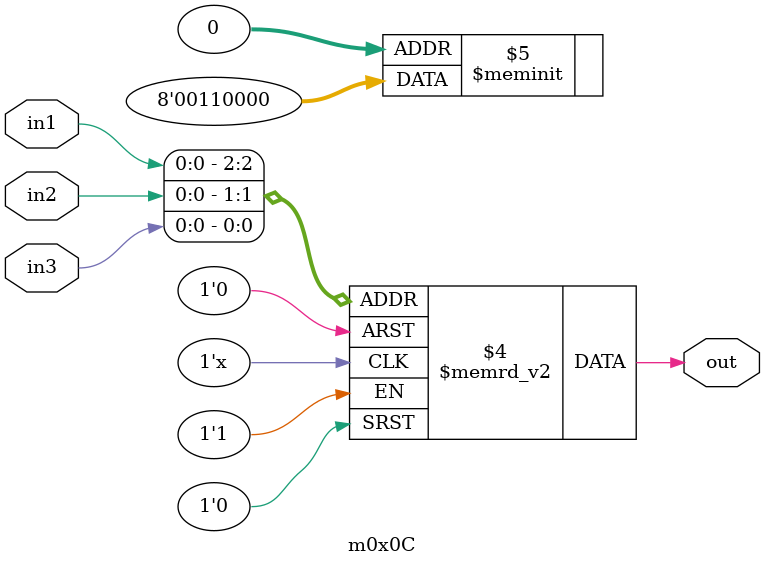
<source format=v>
module m0x0C(output out, input in1, in2, in3);

   always @(in1, in2, in3)
     begin
        case({in1, in2, in3})
          3'b000: {out} = 1'b0;
          3'b001: {out} = 1'b0;
          3'b010: {out} = 1'b0;
          3'b011: {out} = 1'b0;
          3'b100: {out} = 1'b1;
          3'b101: {out} = 1'b1;
          3'b110: {out} = 1'b0;
          3'b111: {out} = 1'b0;
        endcase // case ({in1, in2, in3})
     end // always @ (in1, in2, in3)

endmodule // m0x0C
</source>
